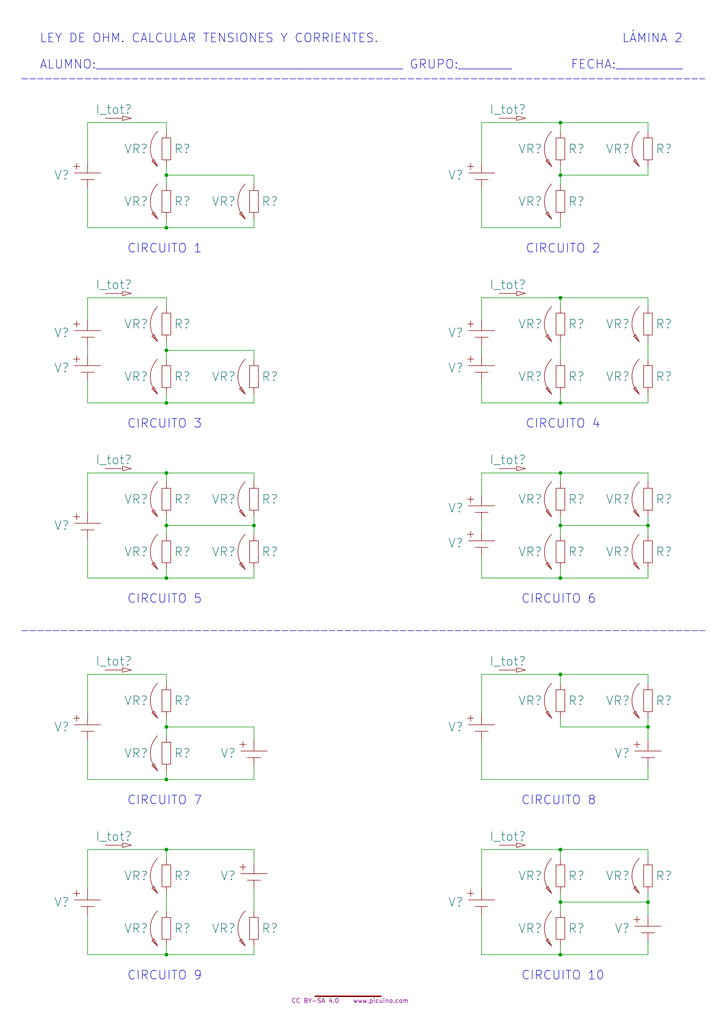
<source format=kicad_sch>
(kicad_sch (version 20211123) (generator eeschema)
  (paper "A4" portrait)
  (title_block (title "Circuitos eléctricos. Conexión mixta") (date "16/11/2018") (company "www.picuino.com") (comment 1 "Copyright (c) 2018 by Carlos Pardo") (comment 2 "License CC BY-SA 4.0"))
  (lib_symbols
    (symbol "electric-ley-ohm-serie-paralelo-rescue:CopyRight-simbolos" (pin_names (offset 1.016))
      (property "License" "Licencia CC BY-SA 4.0" (at 9.525 5.715 0))
      (property "Author" "Carlos Pardo" (at 7.62 3.81 0))
      (property "Date" "© 2018" (at -1.27 3.81 0))
      (property "Web" "www.picuino.com" (at 9.525 1.905 0))
      (symbol "CopyRight-simbolos_0_1"
        (polyline (pts (xy 0 0) (xy 19.05 0)) (stroke (width 0.4064)))
      )
    )
    (symbol "electric-ley-ohm-serie-paralelo-rescue:Pila-simbolos" (pin_names (offset 1.016))
      (property "Reference" "V" (at 5.08 -4.445 0))
      (symbol "Pila-simbolos_0_1"
        (polyline (pts (xy -4.064 -1.27) (xy -2.286 -1.27)))
        (polyline (pts (xy -3.81 -3.175) (xy 3.81 -3.175)))
        (polyline (pts (xy -3.175 -0.381) (xy -3.175 -2.159)))
        (polyline (pts (xy -1.905 -5.08) (xy 1.905 -5.08)))
      )
      (symbol "Pila-simbolos_1_1"
        (pin input line (at 0 -7.62 90) (length 2.54) (name "") (number ""))
        (pin input line (at 0 0 270) (length 3.175) (name "") (number ""))
      )
    )
    (symbol "electric-ley-ohm-serie-paralelo-rescue:current-simbolos" (pin_names (offset 1.016))
      (property "Reference" "I" (at 2.54 1.27 0))
      (symbol "current-simbolos_0_1"
        (polyline (pts (xy 0 0) (xy 5.08 0) (xy 5.08 0.635) (xy 7.62 0) (xy 5.08 -0.635) (xy 5.08 0)))
      )
    )
    (symbol "electric-ley-ohm-serie-paralelo-rescue:resistencia-simbolos" (pin_names (offset 1.016))
      (property "Reference" "R" (at 1.905 -5.08 0))
      (symbol "resistencia-simbolos_0_1"
        (rectangle (start -1.27 -1.905) (end 1.27 -8.255))
      )
      (symbol "resistencia-simbolos_1_1"
        (pin input line (at 0 -10.16 90) (length 1.905) (name "") (number ""))
        (pin input line (at 0 0 270) (length 1.905) (name "") (number ""))
      )
    )
    (symbol "electric-ley-ohm-serie-paralelo-rescue:voltaje_drop-simbolos" (pin_names (offset 1.016))
      (property "Reference" "V" (at -3.81 0 0))
      (symbol "voltaje_drop-simbolos_0_1"
        (polyline (pts (xy 0 -5.08) (xy -1.651 -3.556)))
        (polyline (pts (xy 0 -5.08) (xy -1.016 -3.048) (xy -1.651 -3.556)))
        (arc (start 0 5.08) (mid -2.1042 0) (end 0 -5.08))
      )
    )
  )
  (junction (at 48.26 167.64))
  (junction (at 187.96 261.62))
  (junction (at 162.56 86.36))
  (junction (at 162.56 261.62))
  (junction (at 48.26 116.84))
  (junction (at 162.56 195.58))
  (junction (at 162.56 137.16))
  (junction (at 162.56 35.56))
  (junction (at 187.96 210.82))
  (junction (at 162.56 276.86))
  (junction (at 162.56 50.8))
  (junction (at 187.96 152.4))
  (junction (at 48.26 246.38))
  (junction (at 162.56 167.64))
  (junction (at 48.26 210.82))
  (junction (at 162.56 246.38))
  (junction (at 162.56 116.84))
  (junction (at 48.26 276.86))
  (junction (at 48.26 152.4))
  (junction (at 48.26 137.16))
  (junction (at 48.26 101.6))
  (junction (at 48.26 50.8))
  (junction (at 48.26 226.06))
  (junction (at 73.66 152.4))
  (junction (at 162.56 152.4))
  (junction (at 48.26 66.04))
  (wire (pts (xy 48.26 259.08) (xy 48.26 264.16)))
  (wire (pts (xy 187.96 276.86) (xy 187.96 273.05)))
  (wire (pts (xy 48.26 86.36) (xy 48.26 88.9)))
  (wire (pts (xy 73.66 165.1) (xy 73.66 167.64)))
  (wire (pts (xy 162.56 35.56) (xy 162.56 38.1)))
  (wire (pts (xy 25.4 86.36) (xy 25.4 92.71)))
  (wire (pts (xy 162.56 86.36) (xy 187.96 86.36)))
  (wire (pts (xy 139.7 35.56) (xy 162.56 35.56)))
  (wire (pts (xy 48.26 116.84) (xy 48.26 114.3)))
  (wire (pts (xy 162.56 35.56) (xy 187.96 35.56)))
  (wire (pts (xy 73.66 257.81) (xy 73.66 264.16)))
  (wire (pts (xy 162.56 152.4) (xy 162.56 154.94)))
  (wire (pts (xy 139.7 195.58) (xy 139.7 207.01)))
  (wire (pts (xy 73.66 214.63) (xy 73.66 210.82)))
  (wire (pts (xy 25.4 66.04) (xy 48.26 66.04)))
  (wire (pts (xy 162.56 50.8) (xy 162.56 53.34)))
  (wire (pts (xy 162.56 99.06) (xy 162.56 104.14)))
  (wire (pts (xy 162.56 276.86) (xy 187.96 276.86)))
  (wire (pts (xy 48.26 137.16) (xy 73.66 137.16)))
  (wire (pts (xy 48.26 50.8) (xy 73.66 50.8)))
  (wire (pts (xy 25.4 137.16) (xy 25.4 148.59)))
  (wire (pts (xy 139.7 246.38) (xy 162.56 246.38)))
  (wire (pts (xy 48.26 208.28) (xy 48.26 210.82)))
  (wire (pts (xy 187.96 86.36) (xy 187.96 88.9)))
  (wire (pts (xy 139.7 265.43) (xy 139.7 276.86)))
  (wire (pts (xy 139.7 66.04) (xy 162.56 66.04)))
  (wire (pts (xy 48.26 210.82) (xy 73.66 210.82)))
  (wire (pts (xy 187.96 226.06) (xy 187.96 222.25)))
  (wire (pts (xy 187.96 152.4) (xy 187.96 149.86)))
  (wire (pts (xy 139.7 137.16) (xy 139.7 143.51)))
  (wire (pts (xy 73.66 274.32) (xy 73.66 276.86)))
  (wire (pts (xy 73.66 226.06) (xy 73.66 222.25)))
  (wire (pts (xy 139.7 110.49) (xy 139.7 116.84)))
  (wire (pts (xy 162.56 276.86) (xy 162.56 274.32)))
  (wire (pts (xy 187.96 99.06) (xy 187.96 104.14)))
  (wire (pts (xy 25.4 35.56) (xy 48.26 35.56)))
  (wire (pts (xy 139.7 214.63) (xy 139.7 226.06)))
  (wire (pts (xy 162.56 116.84) (xy 162.56 114.3)))
  (wire (pts (xy 139.7 137.16) (xy 162.56 137.16)))
  (wire (pts (xy 139.7 86.36) (xy 162.56 86.36)))
  (wire (pts (xy 25.4 35.56) (xy 25.4 46.99)))
  (wire (pts (xy 73.66 50.8) (xy 73.66 53.34)))
  (wire (pts (xy 187.96 152.4) (xy 187.96 154.94)))
  (wire (pts (xy 73.66 149.86) (xy 73.66 152.4)))
  (wire (pts (xy 25.4 214.63) (xy 25.4 226.06)))
  (wire (pts (xy 48.26 152.4) (xy 73.66 152.4)))
  (wire (pts (xy 73.66 116.84) (xy 73.66 114.3)))
  (wire (pts (xy 48.26 48.26) (xy 48.26 50.8)))
  (wire (pts (xy 139.7 226.06) (xy 187.96 226.06)))
  (wire (pts (xy 162.56 137.16) (xy 162.56 139.7)))
  (wire (pts (xy 139.7 116.84) (xy 162.56 116.84)))
  (wire (pts (xy 139.7 151.13) (xy 139.7 153.67)))
  (wire (pts (xy 162.56 48.26) (xy 162.56 50.8)))
  (wire (pts (xy 187.96 214.63) (xy 187.96 210.82)))
  (wire (pts (xy 48.26 101.6) (xy 48.26 104.14)))
  (wire (pts (xy 48.26 152.4) (xy 48.26 154.94)))
  (wire (pts (xy 48.26 66.04) (xy 48.26 63.5)))
  (wire (pts (xy 187.96 165.1) (xy 187.96 167.64)))
  (wire (pts (xy 162.56 137.16) (xy 187.96 137.16)))
  (wire (pts (xy 48.26 99.06) (xy 48.26 101.6)))
  (wire (pts (xy 73.66 66.04) (xy 73.66 63.5)))
  (wire (pts (xy 162.56 246.38) (xy 162.56 248.92)))
  (wire (pts (xy 48.26 276.86) (xy 73.66 276.86)))
  (wire (pts (xy 162.56 259.08) (xy 162.56 261.62)))
  (wire (pts (xy 162.56 50.8) (xy 187.96 50.8)))
  (wire (pts (xy 48.26 35.56) (xy 48.26 38.1)))
  (wire (pts (xy 139.7 86.36) (xy 139.7 92.71)))
  (wire (pts (xy 162.56 210.82) (xy 187.96 210.82)))
  (wire (pts (xy 25.4 195.58) (xy 48.26 195.58)))
  (wire (pts (xy 139.7 167.64) (xy 162.56 167.64)))
  (wire (pts (xy 48.26 137.16) (xy 48.26 139.7)))
  (wire (pts (xy 48.26 101.6) (xy 73.66 101.6)))
  (wire (pts (xy 139.7 100.33) (xy 139.7 102.87)))
  (wire (pts (xy 25.4 195.58) (xy 25.4 207.01)))
  (polyline (pts (xy 6.35 22.86) (xy 204.47 22.86)))
  (wire (pts (xy 48.26 116.84) (xy 73.66 116.84)))
  (wire (pts (xy 162.56 246.38) (xy 187.96 246.38)))
  (wire (pts (xy 162.56 116.84) (xy 187.96 116.84)))
  (wire (pts (xy 187.96 265.43) (xy 187.96 261.62)))
  (wire (pts (xy 25.4 167.64) (xy 48.26 167.64)))
  (wire (pts (xy 25.4 265.43) (xy 25.4 276.86)))
  (wire (pts (xy 187.96 195.58) (xy 187.96 198.12)))
  (wire (pts (xy 162.56 195.58) (xy 162.56 198.12)))
  (wire (pts (xy 48.26 195.58) (xy 48.26 198.12)))
  (wire (pts (xy 139.7 161.29) (xy 139.7 167.64)))
  (wire (pts (xy 48.26 50.8) (xy 48.26 53.34)))
  (wire (pts (xy 48.26 226.06) (xy 48.26 223.52)))
  (wire (pts (xy 48.26 167.64) (xy 73.66 167.64)))
  (wire (pts (xy 73.66 152.4) (xy 73.66 154.94)))
  (wire (pts (xy 139.7 246.38) (xy 139.7 257.81)))
  (wire (pts (xy 25.4 246.38) (xy 48.26 246.38)))
  (wire (pts (xy 187.96 50.8) (xy 187.96 48.26)))
  (wire (pts (xy 139.7 35.56) (xy 139.7 46.99)))
  (wire (pts (xy 25.4 226.06) (xy 48.26 226.06)))
  (wire (pts (xy 73.66 250.19) (xy 73.66 246.38)))
  (wire (pts (xy 73.66 101.6) (xy 73.66 104.14)))
  (wire (pts (xy 25.4 276.86) (xy 48.26 276.86)))
  (wire (pts (xy 162.56 261.62) (xy 187.96 261.62)))
  (wire (pts (xy 48.26 149.86) (xy 48.26 152.4)))
  (wire (pts (xy 162.56 165.1) (xy 162.56 167.64)))
  (wire (pts (xy 162.56 261.62) (xy 162.56 264.16)))
  (wire (pts (xy 162.56 86.36) (xy 162.56 88.9)))
  (polyline (pts (xy 6.35 182.88) (xy 204.47 182.88)))
  (wire (pts (xy 139.7 54.61) (xy 139.7 66.04)))
  (wire (pts (xy 48.26 66.04) (xy 73.66 66.04)))
  (wire (pts (xy 48.26 165.1) (xy 48.26 167.64)))
  (wire (pts (xy 139.7 276.86) (xy 162.56 276.86)))
  (wire (pts (xy 25.4 100.33) (xy 25.4 102.87)))
  (wire (pts (xy 139.7 195.58) (xy 162.56 195.58)))
  (wire (pts (xy 25.4 137.16) (xy 48.26 137.16)))
  (wire (pts (xy 25.4 116.84) (xy 48.26 116.84)))
  (wire (pts (xy 48.26 274.32) (xy 48.26 276.86)))
  (wire (pts (xy 25.4 86.36) (xy 48.26 86.36)))
  (wire (pts (xy 25.4 54.61) (xy 25.4 66.04)))
  (wire (pts (xy 162.56 208.28) (xy 162.56 210.82)))
  (wire (pts (xy 162.56 195.58) (xy 187.96 195.58)))
  (wire (pts (xy 48.26 246.38) (xy 73.66 246.38)))
  (wire (pts (xy 48.26 246.38) (xy 48.26 248.92)))
  (wire (pts (xy 48.26 210.82) (xy 48.26 213.36)))
  (wire (pts (xy 25.4 110.49) (xy 25.4 116.84)))
  (wire (pts (xy 162.56 167.64) (xy 187.96 167.64)))
  (wire (pts (xy 187.96 246.38) (xy 187.96 248.92)))
  (wire (pts (xy 162.56 66.04) (xy 162.56 63.5)))
  (wire (pts (xy 162.56 149.86) (xy 162.56 152.4)))
  (wire (pts (xy 25.4 246.38) (xy 25.4 257.81)))
  (wire (pts (xy 187.96 210.82) (xy 187.96 208.28)))
  (wire (pts (xy 73.66 137.16) (xy 73.66 139.7)))
  (wire (pts (xy 162.56 152.4) (xy 187.96 152.4)))
  (wire (pts (xy 187.96 137.16) (xy 187.96 139.7)))
  (wire (pts (xy 187.96 259.08) (xy 187.96 261.62)))
  (wire (pts (xy 187.96 35.56) (xy 187.96 38.1)))
  (wire (pts (xy 187.96 114.3) (xy 187.96 116.84)))
  (wire (pts (xy 48.26 226.06) (xy 73.66 226.06)))
  (wire (pts (xy 25.4 156.21) (xy 25.4 167.64)))
  (text "LEY DE OHM. CALCULAR TENSIONES Y CORRIENTES.\n" (at 11.43 12.7 0) (effects (font (size 2.54 2.54)) (justify left bottom)))
  (text "CIRCUITO 8" (at 151.13 233.68 0) (effects (font (size 2.54 2.54)) (justify left bottom)))
  (text "CIRCUITO 9" (at 36.83 284.48 0) (effects (font (size 2.54 2.54)) (justify left bottom)))
  (text "CIRCUITO 10" (at 151.13 284.48 0) (effects (font (size 2.54 2.54)) (justify left bottom)))
  (text "LÁMINA 2\n" (at 198.12 12.7 180) (effects (font (size 2.54 2.54)) (justify right bottom)))
  (text "CIRCUITO 7" (at 36.83 233.68 0) (effects (font (size 2.54 2.54)) (justify left bottom)))
  (text "CIRCUITO 3" (at 36.83 124.46 0) (effects (font (size 2.54 2.54)) (justify left bottom)))
  (text "CIRCUITO 1" (at 36.83 73.66 0) (effects (font (size 2.54 2.54)) (justify left bottom)))
  (text "FECHA:__________" (at 198.12 20.32 180) (effects (font (size 2.54 2.54)) (justify right bottom)))
  (text "CIRCUITO 2" (at 152.4 73.66 0) (effects (font (size 2.54 2.54)) (justify left bottom)))
  (text "CIRCUITO 5" (at 36.83 175.26 0) (effects (font (size 2.54 2.54)) (justify left bottom)))
  (text "CIRCUITO 6" (at 151.13 175.26 0) (effects (font (size 2.54 2.54)) (justify left bottom)))
  (text "CIRCUITO 4" (at 152.4 124.46 0) (effects (font (size 2.54 2.54)) (justify left bottom)))
  (text "ALUMNO:______________________________________________ GRUPO:________" (at 11.43 20.32 0) (effects (font (size 2.54 2.54)) (justify left bottom)))
  (symbol (lib_id "electric-ley-ohm-serie-paralelo-rescue:CopyRight-simbolos") (at 91.44 288.925 0) (unit 1)
    (property "Reference" "CP?" (effects hide))
    (property "License" "CC BY-SA 4.0" (at 91.44 290.195 0))
    (property "Web" "www.picuino.com" (at 110.49 290.195 0))
  )
  (symbol (lib_id "electric-ley-ohm-serie-paralelo-rescue:resistencia-simbolos") (at 48.26 38.1 0) (unit 1)
    (property "Reference" "R?" (at 50.3174 43.18 0) (effects (font (size 2.54 2.54)) (justify left)))
  )
  (symbol (lib_id "electric-ley-ohm-serie-paralelo-rescue:resistencia-simbolos") (at 48.26 53.34 0) (unit 1)
    (property "Reference" "R?" (at 50.3174 58.42 0) (effects (font (size 2.54 2.54)) (justify left)))
  )
  (symbol (lib_id "electric-ley-ohm-serie-paralelo-rescue:Pila-simbolos") (at 25.4 46.99 0) (unit 1)
    (property "Reference" "V?" (at 20.32 50.8 0) (effects (font (size 2.54 2.54)) (justify right)))
  )
  (symbol (lib_id "electric-ley-ohm-serie-paralelo-rescue:current-simbolos") (at 30.48 34.29 0) (unit 1)
    (property "Reference" "I_tot?" (at 33.02 31.75 0) (effects (font (size 2.54 2.54))))
  )
  (symbol (lib_id "electric-ley-ohm-serie-paralelo-rescue:voltaje_drop-simbolos") (at 45.72 43.18 0) (unit 1)
    (property "Reference" "VR?" (at 43.18 43.18 0) (effects (font (size 2.54 2.54)) (justify right)))
  )
  (symbol (lib_id "electric-ley-ohm-serie-paralelo-rescue:voltaje_drop-simbolos") (at 45.72 58.42 0) (unit 1)
    (property "Reference" "VR?" (at 43.18 58.42 0) (effects (font (size 2.54 2.54)) (justify right)))
  )
  (symbol (lib_id "electric-ley-ohm-serie-paralelo-rescue:resistencia-simbolos") (at 73.66 53.34 0) (unit 1)
    (property "Reference" "R?" (at 75.7174 58.42 0) (effects (font (size 2.54 2.54)) (justify left)))
  )
  (symbol (lib_id "electric-ley-ohm-serie-paralelo-rescue:voltaje_drop-simbolos") (at 71.12 58.42 0) (unit 1)
    (property "Reference" "VR?" (at 68.58 58.42 0) (effects (font (size 2.54 2.54)) (justify right)))
  )
  (symbol (lib_id "electric-ley-ohm-serie-paralelo-rescue:resistencia-simbolos") (at 162.56 38.1 0) (unit 1)
    (property "Reference" "R?" (at 164.6174 43.18 0) (effects (font (size 2.54 2.54)) (justify left)))
  )
  (symbol (lib_id "electric-ley-ohm-serie-paralelo-rescue:resistencia-simbolos") (at 162.56 53.34 0) (unit 1)
    (property "Reference" "R?" (at 164.6174 58.42 0) (effects (font (size 2.54 2.54)) (justify left)))
  )
  (symbol (lib_id "electric-ley-ohm-serie-paralelo-rescue:Pila-simbolos") (at 139.7 46.99 0) (unit 1)
    (property "Reference" "V?" (at 134.62 50.8 0) (effects (font (size 2.54 2.54)) (justify right)))
  )
  (symbol (lib_id "electric-ley-ohm-serie-paralelo-rescue:current-simbolos") (at 144.78 34.29 0) (unit 1)
    (property "Reference" "I_tot?" (at 147.32 31.75 0) (effects (font (size 2.54 2.54))))
  )
  (symbol (lib_id "electric-ley-ohm-serie-paralelo-rescue:voltaje_drop-simbolos") (at 160.02 43.18 0) (unit 1)
    (property "Reference" "VR?" (at 157.48 43.18 0) (effects (font (size 2.54 2.54)) (justify right)))
  )
  (symbol (lib_id "electric-ley-ohm-serie-paralelo-rescue:voltaje_drop-simbolos") (at 160.02 58.42 0) (unit 1)
    (property "Reference" "VR?" (at 157.48 58.42 0) (effects (font (size 2.54 2.54)) (justify right)))
  )
  (symbol (lib_id "electric-ley-ohm-serie-paralelo-rescue:resistencia-simbolos") (at 187.96 38.1 0) (unit 1)
    (property "Reference" "R?" (at 190.0174 43.18 0) (effects (font (size 2.54 2.54)) (justify left)))
  )
  (symbol (lib_id "electric-ley-ohm-serie-paralelo-rescue:voltaje_drop-simbolos") (at 185.42 43.18 0) (unit 1)
    (property "Reference" "VR?" (at 182.88 43.18 0) (effects (font (size 2.54 2.54)) (justify right)))
  )
  (symbol (lib_id "electric-ley-ohm-serie-paralelo-rescue:resistencia-simbolos") (at 48.26 88.9 0) (unit 1)
    (property "Reference" "R?" (at 50.3174 93.98 0) (effects (font (size 2.54 2.54)) (justify left)))
  )
  (symbol (lib_id "electric-ley-ohm-serie-paralelo-rescue:resistencia-simbolos") (at 48.26 104.14 0) (unit 1)
    (property "Reference" "R?" (at 50.3174 109.22 0) (effects (font (size 2.54 2.54)) (justify left)))
  )
  (symbol (lib_id "electric-ley-ohm-serie-paralelo-rescue:Pila-simbolos") (at 25.4 92.71 0) (unit 1)
    (property "Reference" "V?" (at 20.32 96.52 0) (effects (font (size 2.54 2.54)) (justify right)))
  )
  (symbol (lib_id "electric-ley-ohm-serie-paralelo-rescue:current-simbolos") (at 30.48 85.09 0) (unit 1)
    (property "Reference" "I_tot?" (at 33.02 82.55 0) (effects (font (size 2.54 2.54))))
  )
  (symbol (lib_id "electric-ley-ohm-serie-paralelo-rescue:voltaje_drop-simbolos") (at 45.72 93.98 0) (unit 1)
    (property "Reference" "VR?" (at 43.18 93.98 0) (effects (font (size 2.54 2.54)) (justify right)))
  )
  (symbol (lib_id "electric-ley-ohm-serie-paralelo-rescue:voltaje_drop-simbolos") (at 45.72 109.22 0) (unit 1)
    (property "Reference" "VR?" (at 43.18 109.22 0) (effects (font (size 2.54 2.54)) (justify right)))
  )
  (symbol (lib_id "electric-ley-ohm-serie-paralelo-rescue:resistencia-simbolos") (at 73.66 104.14 0) (unit 1)
    (property "Reference" "R?" (at 75.7174 109.22 0) (effects (font (size 2.54 2.54)) (justify left)))
  )
  (symbol (lib_id "electric-ley-ohm-serie-paralelo-rescue:voltaje_drop-simbolos") (at 71.12 109.22 0) (unit 1)
    (property "Reference" "VR?" (at 68.58 109.22 0) (effects (font (size 2.54 2.54)) (justify right)))
  )
  (symbol (lib_id "electric-ley-ohm-serie-paralelo-rescue:Pila-simbolos") (at 25.4 102.87 0) (unit 1)
    (property "Reference" "V?" (at 20.32 106.68 0) (effects (font (size 2.54 2.54)) (justify right)))
  )
  (symbol (lib_id "electric-ley-ohm-serie-paralelo-rescue:resistencia-simbolos") (at 48.26 139.7 0) (unit 1)
    (property "Reference" "R?" (at 50.3174 144.78 0) (effects (font (size 2.54 2.54)) (justify left)))
  )
  (symbol (lib_id "electric-ley-ohm-serie-paralelo-rescue:resistencia-simbolos") (at 73.66 139.7 0) (unit 1)
    (property "Reference" "R?" (at 75.7174 144.78 0) (effects (font (size 2.54 2.54)) (justify left)))
  )
  (symbol (lib_id "electric-ley-ohm-serie-paralelo-rescue:Pila-simbolos") (at 25.4 148.59 0) (unit 1)
    (property "Reference" "V?" (at 20.32 152.4 0) (effects (font (size 2.54 2.54)) (justify right)))
  )
  (symbol (lib_id "electric-ley-ohm-serie-paralelo-rescue:current-simbolos") (at 30.48 135.89 0) (unit 1)
    (property "Reference" "I_tot?" (at 33.02 133.35 0) (effects (font (size 2.54 2.54))))
  )
  (symbol (lib_id "electric-ley-ohm-serie-paralelo-rescue:voltaje_drop-simbolos") (at 45.72 144.78 0) (unit 1)
    (property "Reference" "VR?" (at 43.18 144.78 0) (effects (font (size 2.54 2.54)) (justify right)))
  )
  (symbol (lib_id "electric-ley-ohm-serie-paralelo-rescue:voltaje_drop-simbolos") (at 71.12 144.78 0) (unit 1)
    (property "Reference" "VR?" (at 68.58 144.78 0) (effects (font (size 2.54 2.54)) (justify right)))
  )
  (symbol (lib_id "electric-ley-ohm-serie-paralelo-rescue:resistencia-simbolos") (at 48.26 154.94 0) (unit 1)
    (property "Reference" "R?" (at 50.3174 160.02 0) (effects (font (size 2.54 2.54)) (justify left)))
  )
  (symbol (lib_id "electric-ley-ohm-serie-paralelo-rescue:voltaje_drop-simbolos") (at 45.72 160.02 0) (unit 1)
    (property "Reference" "VR?" (at 43.18 160.02 0) (effects (font (size 2.54 2.54)) (justify right)))
  )
  (symbol (lib_id "electric-ley-ohm-serie-paralelo-rescue:resistencia-simbolos") (at 187.96 104.14 0) (unit 1)
    (property "Reference" "R?" (at 190.0174 109.22 0) (effects (font (size 2.54 2.54)) (justify left)))
  )
  (symbol (lib_id "electric-ley-ohm-serie-paralelo-rescue:resistencia-simbolos") (at 162.56 104.14 0) (unit 1)
    (property "Reference" "R?" (at 164.6174 109.22 0) (effects (font (size 2.54 2.54)) (justify left)))
  )
  (symbol (lib_id "electric-ley-ohm-serie-paralelo-rescue:current-simbolos") (at 144.78 85.09 0) (unit 1)
    (property "Reference" "I_tot?" (at 147.32 82.55 0) (effects (font (size 2.54 2.54))))
  )
  (symbol (lib_id "electric-ley-ohm-serie-paralelo-rescue:voltaje_drop-simbolos") (at 185.42 109.22 0) (unit 1)
    (property "Reference" "VR?" (at 182.88 109.22 0) (effects (font (size 2.54 2.54)) (justify right)))
  )
  (symbol (lib_id "electric-ley-ohm-serie-paralelo-rescue:voltaje_drop-simbolos") (at 160.02 109.22 0) (unit 1)
    (property "Reference" "VR?" (at 157.48 109.22 0) (effects (font (size 2.54 2.54)) (justify right)))
  )
  (symbol (lib_id "electric-ley-ohm-serie-paralelo-rescue:resistencia-simbolos") (at 187.96 88.9 0) (unit 1)
    (property "Reference" "R?" (at 190.0174 93.98 0) (effects (font (size 2.54 2.54)) (justify left)))
  )
  (symbol (lib_id "electric-ley-ohm-serie-paralelo-rescue:voltaje_drop-simbolos") (at 185.42 93.98 0) (unit 1)
    (property "Reference" "VR?" (at 182.88 93.98 0) (effects (font (size 2.54 2.54)) (justify right)))
  )
  (symbol (lib_id "electric-ley-ohm-serie-paralelo-rescue:current-simbolos") (at 144.78 135.89 0) (unit 1)
    (property "Reference" "I_tot?" (at 147.32 133.35 0) (effects (font (size 2.54 2.54))))
  )
  (symbol (lib_id "electric-ley-ohm-serie-paralelo-rescue:resistencia-simbolos") (at 162.56 139.7 0) (unit 1)
    (property "Reference" "R?" (at 164.6174 144.78 0) (effects (font (size 2.54 2.54)) (justify left)))
  )
  (symbol (lib_id "electric-ley-ohm-serie-paralelo-rescue:resistencia-simbolos") (at 187.96 154.94 0) (unit 1)
    (property "Reference" "R?" (at 190.0174 160.02 0) (effects (font (size 2.54 2.54)) (justify left)))
  )
  (symbol (lib_id "electric-ley-ohm-serie-paralelo-rescue:voltaje_drop-simbolos") (at 160.02 144.78 0) (unit 1)
    (property "Reference" "VR?" (at 157.48 144.78 0) (effects (font (size 2.54 2.54)) (justify right)))
  )
  (symbol (lib_id "electric-ley-ohm-serie-paralelo-rescue:voltaje_drop-simbolos") (at 185.42 160.02 0) (unit 1)
    (property "Reference" "VR?" (at 182.88 160.02 0) (effects (font (size 2.54 2.54)) (justify right)))
  )
  (symbol (lib_id "electric-ley-ohm-serie-paralelo-rescue:resistencia-simbolos") (at 187.96 139.7 0) (unit 1)
    (property "Reference" "R?" (at 190.0174 144.78 0) (effects (font (size 2.54 2.54)) (justify left)))
  )
  (symbol (lib_id "electric-ley-ohm-serie-paralelo-rescue:voltaje_drop-simbolos") (at 185.42 144.78 0) (unit 1)
    (property "Reference" "VR?" (at 182.88 144.78 0) (effects (font (size 2.54 2.54)) (justify right)))
  )
  (symbol (lib_id "electric-ley-ohm-serie-paralelo-rescue:resistencia-simbolos") (at 48.26 198.12 0) (unit 1)
    (property "Reference" "R?" (at 50.3174 203.2 0) (effects (font (size 2.54 2.54)) (justify left)))
  )
  (symbol (lib_id "electric-ley-ohm-serie-paralelo-rescue:resistencia-simbolos") (at 48.26 213.36 0) (unit 1)
    (property "Reference" "R?" (at 50.3174 218.44 0) (effects (font (size 2.54 2.54)) (justify left)))
  )
  (symbol (lib_id "electric-ley-ohm-serie-paralelo-rescue:Pila-simbolos") (at 25.4 207.01 0) (unit 1)
    (property "Reference" "V?" (at 20.32 210.82 0) (effects (font (size 2.54 2.54)) (justify right)))
  )
  (symbol (lib_id "electric-ley-ohm-serie-paralelo-rescue:current-simbolos") (at 30.48 194.31 0) (unit 1)
    (property "Reference" "I_tot?" (at 33.02 191.77 0) (effects (font (size 2.54 2.54))))
  )
  (symbol (lib_id "electric-ley-ohm-serie-paralelo-rescue:voltaje_drop-simbolos") (at 45.72 203.2 0) (unit 1)
    (property "Reference" "VR?" (at 43.18 203.2 0) (effects (font (size 2.54 2.54)) (justify right)))
  )
  (symbol (lib_id "electric-ley-ohm-serie-paralelo-rescue:voltaje_drop-simbolos") (at 45.72 218.44 0) (unit 1)
    (property "Reference" "VR?" (at 43.18 218.44 0) (effects (font (size 2.54 2.54)) (justify right)))
  )
  (symbol (lib_id "electric-ley-ohm-serie-paralelo-rescue:Pila-simbolos") (at 73.66 214.63 0) (unit 1)
    (property "Reference" "V?" (at 68.58 218.44 0) (effects (font (size 2.54 2.54)) (justify right)))
  )
  (symbol (lib_id "electric-ley-ohm-serie-paralelo-rescue:resistencia-simbolos") (at 162.56 198.12 0) (unit 1)
    (property "Reference" "R?" (at 164.6174 203.2 0) (effects (font (size 2.54 2.54)) (justify left)))
  )
  (symbol (lib_id "electric-ley-ohm-serie-paralelo-rescue:resistencia-simbolos") (at 187.96 198.12 0) (unit 1)
    (property "Reference" "R?" (at 190.0174 203.2 0) (effects (font (size 2.54 2.54)) (justify left)))
  )
  (symbol (lib_id "electric-ley-ohm-serie-paralelo-rescue:Pila-simbolos") (at 139.7 207.01 0) (unit 1)
    (property "Reference" "V?" (at 134.62 210.82 0) (effects (font (size 2.54 2.54)) (justify right)))
  )
  (symbol (lib_id "electric-ley-ohm-serie-paralelo-rescue:current-simbolos") (at 144.78 194.31 0) (unit 1)
    (property "Reference" "I_tot?" (at 147.32 191.77 0) (effects (font (size 2.54 2.54))))
  )
  (symbol (lib_id "electric-ley-ohm-serie-paralelo-rescue:voltaje_drop-simbolos") (at 160.02 203.2 0) (unit 1)
    (property "Reference" "VR?" (at 157.48 203.2 0) (effects (font (size 2.54 2.54)) (justify right)))
  )
  (symbol (lib_id "electric-ley-ohm-serie-paralelo-rescue:voltaje_drop-simbolos") (at 185.42 203.2 0) (unit 1)
    (property "Reference" "VR?" (at 182.88 203.2 0) (effects (font (size 2.54 2.54)) (justify right)))
  )
  (symbol (lib_id "electric-ley-ohm-serie-paralelo-rescue:Pila-simbolos") (at 187.96 214.63 0) (unit 1)
    (property "Reference" "V?" (at 182.88 218.44 0) (effects (font (size 2.54 2.54)) (justify right)))
  )
  (symbol (lib_id "electric-ley-ohm-serie-paralelo-rescue:resistencia-simbolos") (at 73.66 264.16 0) (unit 1)
    (property "Reference" "R?" (at 75.7174 269.24 0) (effects (font (size 2.54 2.54)) (justify left)))
  )
  (symbol (lib_id "electric-ley-ohm-serie-paralelo-rescue:resistencia-simbolos") (at 48.26 248.92 0) (unit 1)
    (property "Reference" "R?" (at 50.3174 254 0) (effects (font (size 2.54 2.54)) (justify left)))
  )
  (symbol (lib_id "electric-ley-ohm-serie-paralelo-rescue:Pila-simbolos") (at 25.4 257.81 0) (unit 1)
    (property "Reference" "V?" (at 20.32 261.62 0) (effects (font (size 2.54 2.54)) (justify right)))
  )
  (symbol (lib_id "electric-ley-ohm-serie-paralelo-rescue:current-simbolos") (at 30.48 245.11 0) (unit 1)
    (property "Reference" "I_tot?" (at 33.02 242.57 0) (effects (font (size 2.54 2.54))))
  )
  (symbol (lib_id "electric-ley-ohm-serie-paralelo-rescue:voltaje_drop-simbolos") (at 71.12 269.24 0) (unit 1)
    (property "Reference" "VR?" (at 68.58 269.24 0) (effects (font (size 2.54 2.54)) (justify right)))
  )
  (symbol (lib_id "electric-ley-ohm-serie-paralelo-rescue:voltaje_drop-simbolos") (at 45.72 254 0) (unit 1)
    (property "Reference" "VR?" (at 43.18 254 0) (effects (font (size 2.54 2.54)) (justify right)))
  )
  (symbol (lib_id "electric-ley-ohm-serie-paralelo-rescue:Pila-simbolos") (at 73.66 250.19 0) (unit 1)
    (property "Reference" "V?" (at 68.58 254 0) (effects (font (size 2.54 2.54)) (justify right)))
  )
  (symbol (lib_id "electric-ley-ohm-serie-paralelo-rescue:resistencia-simbolos") (at 162.56 248.92 0) (unit 1)
    (property "Reference" "R?" (at 164.6174 254 0) (effects (font (size 2.54 2.54)) (justify left)))
  )
  (symbol (lib_id "electric-ley-ohm-serie-paralelo-rescue:resistencia-simbolos") (at 162.56 264.16 0) (unit 1)
    (property "Reference" "R?" (at 164.6174 269.24 0) (effects (font (size 2.54 2.54)) (justify left)))
  )
  (symbol (lib_id "electric-ley-ohm-serie-paralelo-rescue:Pila-simbolos") (at 139.7 257.81 0) (unit 1)
    (property "Reference" "V?" (at 134.62 261.62 0) (effects (font (size 2.54 2.54)) (justify right)))
  )
  (symbol (lib_id "electric-ley-ohm-serie-paralelo-rescue:current-simbolos") (at 144.78 245.11 0) (unit 1)
    (property "Reference" "I_tot?" (at 147.32 242.57 0) (effects (font (size 2.54 2.54))))
  )
  (symbol (lib_id "electric-ley-ohm-serie-paralelo-rescue:voltaje_drop-simbolos") (at 160.02 254 0) (unit 1)
    (property "Reference" "VR?" (at 157.48 254 0) (effects (font (size 2.54 2.54)) (justify right)))
  )
  (symbol (lib_id "electric-ley-ohm-serie-paralelo-rescue:voltaje_drop-simbolos") (at 160.02 269.24 0) (unit 1)
    (property "Reference" "VR?" (at 157.48 269.24 0) (effects (font (size 2.54 2.54)) (justify right)))
  )
  (symbol (lib_id "electric-ley-ohm-serie-paralelo-rescue:Pila-simbolos") (at 187.96 265.43 0) (unit 1)
    (property "Reference" "V?" (at 182.88 269.24 0) (effects (font (size 2.54 2.54)) (justify right)))
  )
  (symbol (lib_id "electric-ley-ohm-serie-paralelo-rescue:resistencia-simbolos") (at 162.56 154.94 0) (unit 1)
    (property "Reference" "R?" (at 164.6174 160.02 0) (effects (font (size 2.54 2.54)) (justify left)))
  )
  (symbol (lib_id "electric-ley-ohm-serie-paralelo-rescue:voltaje_drop-simbolos") (at 160.02 160.02 0) (unit 1)
    (property "Reference" "VR?" (at 157.48 160.02 0) (effects (font (size 2.54 2.54)) (justify right)))
  )
  (symbol (lib_id "electric-ley-ohm-serie-paralelo-rescue:resistencia-simbolos") (at 187.96 248.92 0) (unit 1)
    (property "Reference" "R?" (at 190.0174 254 0) (effects (font (size 2.54 2.54)) (justify left)))
  )
  (symbol (lib_id "electric-ley-ohm-serie-paralelo-rescue:voltaje_drop-simbolos") (at 185.42 254 0) (unit 1)
    (property "Reference" "VR?" (at 182.88 254 0) (effects (font (size 2.54 2.54)) (justify right)))
  )
  (symbol (lib_id "electric-ley-ohm-serie-paralelo-rescue:resistencia-simbolos") (at 48.26 264.16 0) (unit 1)
    (property "Reference" "R?" (at 50.3174 269.24 0) (effects (font (size 2.54 2.54)) (justify left)))
  )
  (symbol (lib_id "electric-ley-ohm-serie-paralelo-rescue:voltaje_drop-simbolos") (at 45.72 269.24 0) (unit 1)
    (property "Reference" "VR?" (at 43.18 269.24 0) (effects (font (size 2.54 2.54)) (justify right)))
  )
  (symbol (lib_id "electric-ley-ohm-serie-paralelo-rescue:resistencia-simbolos") (at 73.66 154.94 0) (unit 1)
    (property "Reference" "R?" (at 75.7174 160.02 0) (effects (font (size 2.54 2.54)) (justify left)))
  )
  (symbol (lib_id "electric-ley-ohm-serie-paralelo-rescue:voltaje_drop-simbolos") (at 71.12 160.02 0) (unit 1)
    (property "Reference" "VR?" (at 68.58 160.02 0) (effects (font (size 2.54 2.54)) (justify right)))
  )
  (symbol (lib_id "electric-ley-ohm-serie-paralelo-rescue:Pila-simbolos") (at 139.7 92.71 0) (unit 1)
    (property "Reference" "V?" (at 134.62 96.52 0) (effects (font (size 2.54 2.54)) (justify right)))
  )
  (symbol (lib_id "electric-ley-ohm-serie-paralelo-rescue:Pila-simbolos") (at 139.7 102.87 0) (unit 1)
    (property "Reference" "V?" (at 134.62 106.68 0) (effects (font (size 2.54 2.54)) (justify right)))
  )
  (symbol (lib_id "electric-ley-ohm-serie-paralelo-rescue:resistencia-simbolos") (at 162.56 88.9 0) (unit 1)
    (property "Reference" "R?" (at 164.6174 93.98 0) (effects (font (size 2.54 2.54)) (justify left)))
  )
  (symbol (lib_id "electric-ley-ohm-serie-paralelo-rescue:voltaje_drop-simbolos") (at 160.02 93.98 0) (unit 1)
    (property "Reference" "VR?" (at 157.48 93.98 0) (effects (font (size 2.54 2.54)) (justify right)))
  )
  (symbol (lib_id "electric-ley-ohm-serie-paralelo-rescue:Pila-simbolos") (at 139.7 143.51 0) (unit 1)
    (property "Reference" "V?" (at 134.62 147.32 0) (effects (font (size 2.54 2.54)) (justify right)))
  )
  (symbol (lib_id "electric-ley-ohm-serie-paralelo-rescue:Pila-simbolos") (at 139.7 153.67 0) (unit 1)
    (property "Reference" "V?" (at 134.62 157.48 0) (effects (font (size 2.54 2.54)) (justify right)))
  )
)
</source>
